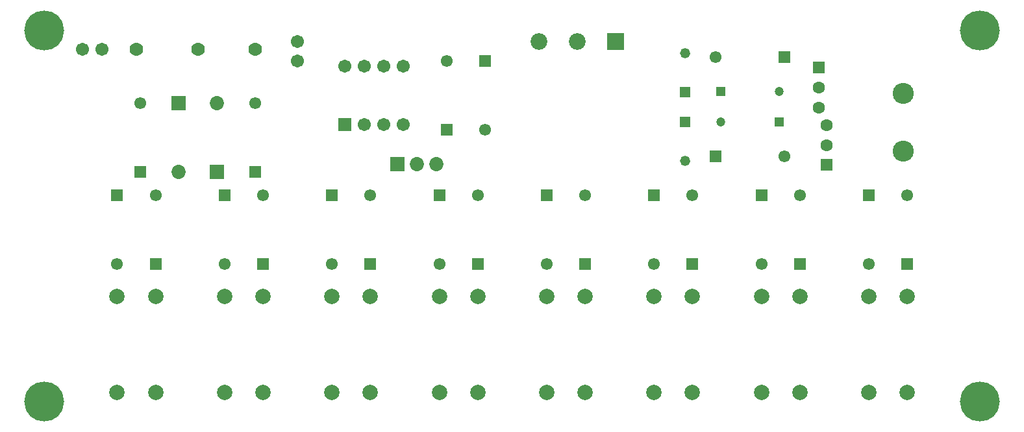
<source format=gbr>
G04*
G04 #@! TF.GenerationSoftware,Altium Limited,Altium Designer,24.5.1 (21)*
G04*
G04 Layer_Color=16711935*
%FSLAX25Y25*%
%MOIN*%
G70*
G04*
G04 #@! TF.SameCoordinates,3106325B-D942-48A4-ABE3-467AB4579E9E*
G04*
G04*
G04 #@! TF.FilePolarity,Negative*
G04*
G01*
G75*
%ADD18R,0.07296X0.07296*%
%ADD19C,0.07296*%
%ADD20C,0.06115*%
%ADD21R,0.06115X0.06115*%
%ADD22C,0.08595*%
%ADD23R,0.08595X0.08595*%
%ADD24R,0.05200X0.05200*%
%ADD25C,0.05200*%
%ADD26R,0.04724X0.04724*%
%ADD27C,0.04724*%
%ADD28R,0.06115X0.06115*%
%ADD29R,0.06312X0.06312*%
%ADD30C,0.06312*%
%ADD31C,0.10800*%
%ADD32C,0.06706*%
%ADD33C,0.06981*%
%ADD34R,0.07296X0.07296*%
%ADD35C,0.07887*%
%ADD36C,0.20485*%
%ADD37R,0.06706X0.06706*%
D18*
X194882Y135827D02*
D03*
D19*
X204882D02*
D03*
X214882D02*
D03*
X102362Y167323D02*
D03*
X82677Y131890D02*
D03*
D20*
X216535Y84646D02*
D03*
X240158Y153543D02*
D03*
X220472Y188976D02*
D03*
X393701Y139764D02*
D03*
X358268Y190945D02*
D03*
X62992Y167323D02*
D03*
X122047D02*
D03*
X456693Y120079D02*
D03*
X437008Y84646D02*
D03*
X401575Y120079D02*
D03*
X381890Y84646D02*
D03*
X346457Y120079D02*
D03*
X326772Y84646D02*
D03*
X291339Y120079D02*
D03*
X271654Y84646D02*
D03*
X236221Y120079D02*
D03*
X181102D02*
D03*
X161417Y84646D02*
D03*
X125984Y120079D02*
D03*
X106299Y84646D02*
D03*
X70866Y120079D02*
D03*
X51181Y84646D02*
D03*
D21*
X216535Y120079D02*
D03*
X240158Y188976D02*
D03*
X220472Y153543D02*
D03*
X62992Y131890D02*
D03*
X122047D02*
D03*
X456693Y84646D02*
D03*
X437008Y120079D02*
D03*
X401575Y84646D02*
D03*
X381890Y120079D02*
D03*
X346457Y84646D02*
D03*
X326772Y120079D02*
D03*
X291339Y84646D02*
D03*
X271654Y120079D02*
D03*
X236221Y84646D02*
D03*
X181102D02*
D03*
X161417Y120079D02*
D03*
X125984Y84646D02*
D03*
X106299Y120079D02*
D03*
X70866Y84646D02*
D03*
X51181Y120079D02*
D03*
D22*
X267717Y198819D02*
D03*
X287402D02*
D03*
D23*
X307087D02*
D03*
D24*
X342520Y172913D02*
D03*
Y157480D02*
D03*
D25*
Y192913D02*
D03*
Y137480D02*
D03*
D26*
X390996Y157480D02*
D03*
X360972Y173228D02*
D03*
D27*
X360972Y157480D02*
D03*
X390996Y173228D02*
D03*
D28*
X358268Y139764D02*
D03*
X393701Y190945D02*
D03*
D29*
X411417Y185433D02*
D03*
X415354Y135433D02*
D03*
D30*
X411417Y164961D02*
D03*
Y175197D02*
D03*
X415354Y145669D02*
D03*
Y155905D02*
D03*
D31*
X454724Y142680D02*
D03*
Y172280D02*
D03*
D32*
X143701Y188819D02*
D03*
Y198819D02*
D03*
X33307Y194882D02*
D03*
X43307D02*
D03*
X178071Y156260D02*
D03*
X188071D02*
D03*
X198071D02*
D03*
X168071Y186260D02*
D03*
X178071D02*
D03*
X188071D02*
D03*
X198071D02*
D03*
D33*
X122047Y194882D02*
D03*
X92520D02*
D03*
X61024D02*
D03*
D34*
X102362Y131890D02*
D03*
X82677Y167323D02*
D03*
D35*
X291339Y67913D02*
D03*
Y18701D02*
D03*
X271654Y67913D02*
D03*
Y18701D02*
D03*
X456693Y67913D02*
D03*
Y18701D02*
D03*
X437008Y67913D02*
D03*
Y18701D02*
D03*
X346457Y67913D02*
D03*
Y18701D02*
D03*
X326772Y67913D02*
D03*
Y18701D02*
D03*
X401575Y67913D02*
D03*
Y18701D02*
D03*
X381890Y67913D02*
D03*
Y18701D02*
D03*
X125984Y67913D02*
D03*
Y18701D02*
D03*
X106299Y67913D02*
D03*
Y18701D02*
D03*
X181102Y67913D02*
D03*
Y18701D02*
D03*
X161417Y67913D02*
D03*
Y18701D02*
D03*
X236221Y67913D02*
D03*
Y18701D02*
D03*
X216535Y67913D02*
D03*
Y18701D02*
D03*
X51181D02*
D03*
Y67913D02*
D03*
X70866Y18701D02*
D03*
Y67913D02*
D03*
D36*
X494095Y13780D02*
D03*
Y204724D02*
D03*
X13780Y13780D02*
D03*
Y204724D02*
D03*
D37*
X168071Y156260D02*
D03*
M02*

</source>
